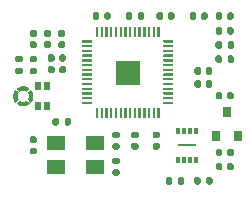
<source format=gbp>
G04 #@! TF.GenerationSoftware,KiCad,Pcbnew,(5.1.12)-1*
G04 #@! TF.CreationDate,2021-12-03T13:24:37+05:30*
G04 #@! TF.ProjectId,mico,6d69636f-2e6b-4696-9361-645f70636258,rev?*
G04 #@! TF.SameCoordinates,Original*
G04 #@! TF.FileFunction,Paste,Bot*
G04 #@! TF.FilePolarity,Positive*
%FSLAX46Y46*%
G04 Gerber Fmt 4.6, Leading zero omitted, Abs format (unit mm)*
G04 Created by KiCad (PCBNEW (5.1.12)-1) date 2021-12-03 13:24:37*
%MOMM*%
%LPD*%
G01*
G04 APERTURE LIST*
%ADD10C,0.010000*%
%ADD11C,0.001000*%
%ADD12R,0.522000X0.725000*%
%ADD13R,1.600000X0.200000*%
%ADD14R,0.300000X0.500000*%
%ADD15R,0.800000X0.900000*%
%ADD16R,1.600000X1.300000*%
G04 APERTURE END LIST*
D10*
G36*
X131380000Y-110980000D02*
G01*
X131380000Y-109020000D01*
X129420000Y-109020000D01*
X129420000Y-110980000D01*
X131380000Y-110980000D01*
G37*
X131380000Y-110980000D02*
X131380000Y-109020000D01*
X129420000Y-109020000D01*
X129420000Y-110980000D01*
X131380000Y-110980000D01*
D11*
G36*
X121875000Y-111470000D02*
G01*
X121780000Y-111565000D01*
X121730000Y-111540000D01*
X121675000Y-111515000D01*
X121620000Y-111500000D01*
X121560000Y-111490000D01*
X121500000Y-111486397D01*
X121380000Y-111500000D01*
X121275391Y-111538463D01*
X121217334Y-111573828D01*
X121115000Y-111475000D01*
X121000000Y-111360000D01*
X121090000Y-111300000D01*
X121190000Y-111250000D01*
X121270000Y-111220000D01*
X121360000Y-111200000D01*
X121500000Y-111190000D01*
X121660191Y-111203797D01*
X121810000Y-111250000D01*
X121915000Y-111300000D01*
X121989766Y-111354691D01*
X121875000Y-111470000D01*
G37*
X121875000Y-111470000D02*
X121780000Y-111565000D01*
X121730000Y-111540000D01*
X121675000Y-111515000D01*
X121620000Y-111500000D01*
X121560000Y-111490000D01*
X121500000Y-111486397D01*
X121380000Y-111500000D01*
X121275391Y-111538463D01*
X121217334Y-111573828D01*
X121115000Y-111475000D01*
X121000000Y-111360000D01*
X121090000Y-111300000D01*
X121190000Y-111250000D01*
X121270000Y-111220000D01*
X121360000Y-111200000D01*
X121500000Y-111190000D01*
X121660191Y-111203797D01*
X121810000Y-111250000D01*
X121915000Y-111300000D01*
X121989766Y-111354691D01*
X121875000Y-111470000D01*
G36*
X120970000Y-111615000D02*
G01*
X121075000Y-111720000D01*
X121040000Y-111770000D01*
X121000000Y-111880000D01*
X120986397Y-112000000D01*
X121000000Y-112120000D01*
X121038463Y-112224609D01*
X121078828Y-112282666D01*
X120980000Y-112380000D01*
X120860000Y-112500000D01*
X120795000Y-112405000D01*
X120750000Y-112310000D01*
X120720000Y-112230000D01*
X120700000Y-112140000D01*
X120690000Y-112060000D01*
X120690000Y-112000000D01*
X120690000Y-111935000D01*
X120703797Y-111839809D01*
X120720000Y-111765000D01*
X120750000Y-111690000D01*
X120795000Y-111595000D01*
X120859691Y-111500234D01*
X120970000Y-111615000D01*
G37*
X120970000Y-111615000D02*
X121075000Y-111720000D01*
X121040000Y-111770000D01*
X121000000Y-111880000D01*
X120986397Y-112000000D01*
X121000000Y-112120000D01*
X121038463Y-112224609D01*
X121078828Y-112282666D01*
X120980000Y-112380000D01*
X120860000Y-112500000D01*
X120795000Y-112405000D01*
X120750000Y-112310000D01*
X120720000Y-112230000D01*
X120700000Y-112140000D01*
X120690000Y-112060000D01*
X120690000Y-112000000D01*
X120690000Y-111935000D01*
X120703797Y-111839809D01*
X120720000Y-111765000D01*
X120750000Y-111690000D01*
X120795000Y-111595000D01*
X120859691Y-111500234D01*
X120970000Y-111615000D01*
G36*
X121120000Y-112530000D02*
G01*
X121220000Y-112425000D01*
X121270000Y-112460000D01*
X121380000Y-112500000D01*
X121500000Y-112513603D01*
X121620000Y-112500000D01*
X121724609Y-112461537D01*
X121787666Y-112426172D01*
X121885000Y-112525000D01*
X122000000Y-112640000D01*
X121905000Y-112705000D01*
X121810000Y-112750000D01*
X121720000Y-112780000D01*
X121640000Y-112800000D01*
X121500000Y-112810000D01*
X121339809Y-112796203D01*
X121190000Y-112750000D01*
X121075000Y-112690000D01*
X121005234Y-112645309D01*
X121120000Y-112530000D01*
G37*
X121120000Y-112530000D02*
X121220000Y-112425000D01*
X121270000Y-112460000D01*
X121380000Y-112500000D01*
X121500000Y-112513603D01*
X121620000Y-112500000D01*
X121724609Y-112461537D01*
X121787666Y-112426172D01*
X121885000Y-112525000D01*
X122000000Y-112640000D01*
X121905000Y-112705000D01*
X121810000Y-112750000D01*
X121720000Y-112780000D01*
X121640000Y-112800000D01*
X121500000Y-112810000D01*
X121339809Y-112796203D01*
X121190000Y-112750000D01*
X121075000Y-112690000D01*
X121005234Y-112645309D01*
X121120000Y-112530000D01*
G36*
X122030000Y-112385000D02*
G01*
X121930000Y-112285000D01*
X121965000Y-112230000D01*
X122005000Y-112120000D01*
X122010000Y-112120000D01*
X122005000Y-112110000D01*
X122020000Y-112005000D01*
X122023603Y-111995000D01*
X122020000Y-111995000D01*
X122005000Y-111875000D01*
X121961537Y-111775391D01*
X121926172Y-111707334D01*
X122025000Y-111610000D01*
X122135000Y-111495000D01*
X122200000Y-111590000D01*
X122250000Y-111690000D01*
X122280000Y-111780000D01*
X122300000Y-111860000D01*
X122310000Y-112000000D01*
X122296203Y-112160191D01*
X122250000Y-112310000D01*
X122205000Y-112400000D01*
X122140309Y-112499766D01*
X122030000Y-112385000D01*
G37*
X122030000Y-112385000D02*
X121930000Y-112285000D01*
X121965000Y-112230000D01*
X122005000Y-112120000D01*
X122010000Y-112120000D01*
X122005000Y-112110000D01*
X122020000Y-112005000D01*
X122023603Y-111995000D01*
X122020000Y-111995000D01*
X122005000Y-111875000D01*
X121961537Y-111775391D01*
X121926172Y-111707334D01*
X122025000Y-111610000D01*
X122135000Y-111495000D01*
X122200000Y-111590000D01*
X122250000Y-111690000D01*
X122280000Y-111780000D01*
X122300000Y-111860000D01*
X122310000Y-112000000D01*
X122296203Y-112160191D01*
X122250000Y-112310000D01*
X122205000Y-112400000D01*
X122140309Y-112499766D01*
X122030000Y-112385000D01*
G36*
G01*
X133094000Y-106985000D02*
X132906000Y-106985000D01*
G75*
G02*
X132900000Y-106979000I0J6000D01*
G01*
X132900000Y-106151000D01*
G75*
G02*
X132906000Y-106145000I6000J0D01*
G01*
X133094000Y-106145000D01*
G75*
G02*
X133100000Y-106151000I0J-6000D01*
G01*
X133100000Y-106979000D01*
G75*
G02*
X133094000Y-106985000I-6000J0D01*
G01*
G37*
G36*
G01*
X132694000Y-106985000D02*
X132506000Y-106985000D01*
G75*
G02*
X132500000Y-106979000I0J6000D01*
G01*
X132500000Y-106151000D01*
G75*
G02*
X132506000Y-106145000I6000J0D01*
G01*
X132694000Y-106145000D01*
G75*
G02*
X132700000Y-106151000I0J-6000D01*
G01*
X132700000Y-106979000D01*
G75*
G02*
X132694000Y-106985000I-6000J0D01*
G01*
G37*
G36*
G01*
X132294000Y-106985000D02*
X132106000Y-106985000D01*
G75*
G02*
X132100000Y-106979000I0J6000D01*
G01*
X132100000Y-106151000D01*
G75*
G02*
X132106000Y-106145000I6000J0D01*
G01*
X132294000Y-106145000D01*
G75*
G02*
X132300000Y-106151000I0J-6000D01*
G01*
X132300000Y-106979000D01*
G75*
G02*
X132294000Y-106985000I-6000J0D01*
G01*
G37*
G36*
G01*
X131894000Y-106985000D02*
X131706000Y-106985000D01*
G75*
G02*
X131700000Y-106979000I0J6000D01*
G01*
X131700000Y-106151000D01*
G75*
G02*
X131706000Y-106145000I6000J0D01*
G01*
X131894000Y-106145000D01*
G75*
G02*
X131900000Y-106151000I0J-6000D01*
G01*
X131900000Y-106979000D01*
G75*
G02*
X131894000Y-106985000I-6000J0D01*
G01*
G37*
G36*
G01*
X131494000Y-106985000D02*
X131306000Y-106985000D01*
G75*
G02*
X131300000Y-106979000I0J6000D01*
G01*
X131300000Y-106151000D01*
G75*
G02*
X131306000Y-106145000I6000J0D01*
G01*
X131494000Y-106145000D01*
G75*
G02*
X131500000Y-106151000I0J-6000D01*
G01*
X131500000Y-106979000D01*
G75*
G02*
X131494000Y-106985000I-6000J0D01*
G01*
G37*
G36*
G01*
X131094000Y-106985000D02*
X130906000Y-106985000D01*
G75*
G02*
X130900000Y-106979000I0J6000D01*
G01*
X130900000Y-106151000D01*
G75*
G02*
X130906000Y-106145000I6000J0D01*
G01*
X131094000Y-106145000D01*
G75*
G02*
X131100000Y-106151000I0J-6000D01*
G01*
X131100000Y-106979000D01*
G75*
G02*
X131094000Y-106985000I-6000J0D01*
G01*
G37*
G36*
G01*
X130694000Y-106985000D02*
X130506000Y-106985000D01*
G75*
G02*
X130500000Y-106979000I0J6000D01*
G01*
X130500000Y-106151000D01*
G75*
G02*
X130506000Y-106145000I6000J0D01*
G01*
X130694000Y-106145000D01*
G75*
G02*
X130700000Y-106151000I0J-6000D01*
G01*
X130700000Y-106979000D01*
G75*
G02*
X130694000Y-106985000I-6000J0D01*
G01*
G37*
G36*
G01*
X130294000Y-106985000D02*
X130106000Y-106985000D01*
G75*
G02*
X130100000Y-106979000I0J6000D01*
G01*
X130100000Y-106151000D01*
G75*
G02*
X130106000Y-106145000I6000J0D01*
G01*
X130294000Y-106145000D01*
G75*
G02*
X130300000Y-106151000I0J-6000D01*
G01*
X130300000Y-106979000D01*
G75*
G02*
X130294000Y-106985000I-6000J0D01*
G01*
G37*
G36*
G01*
X129894000Y-106985000D02*
X129706000Y-106985000D01*
G75*
G02*
X129700000Y-106979000I0J6000D01*
G01*
X129700000Y-106151000D01*
G75*
G02*
X129706000Y-106145000I6000J0D01*
G01*
X129894000Y-106145000D01*
G75*
G02*
X129900000Y-106151000I0J-6000D01*
G01*
X129900000Y-106979000D01*
G75*
G02*
X129894000Y-106985000I-6000J0D01*
G01*
G37*
G36*
G01*
X129494000Y-106985000D02*
X129306000Y-106985000D01*
G75*
G02*
X129300000Y-106979000I0J6000D01*
G01*
X129300000Y-106151000D01*
G75*
G02*
X129306000Y-106145000I6000J0D01*
G01*
X129494000Y-106145000D01*
G75*
G02*
X129500000Y-106151000I0J-6000D01*
G01*
X129500000Y-106979000D01*
G75*
G02*
X129494000Y-106985000I-6000J0D01*
G01*
G37*
G36*
G01*
X129094000Y-106985000D02*
X128906000Y-106985000D01*
G75*
G02*
X128900000Y-106979000I0J6000D01*
G01*
X128900000Y-106151000D01*
G75*
G02*
X128906000Y-106145000I6000J0D01*
G01*
X129094000Y-106145000D01*
G75*
G02*
X129100000Y-106151000I0J-6000D01*
G01*
X129100000Y-106979000D01*
G75*
G02*
X129094000Y-106985000I-6000J0D01*
G01*
G37*
G36*
G01*
X128694000Y-106985000D02*
X128506000Y-106985000D01*
G75*
G02*
X128500000Y-106979000I0J6000D01*
G01*
X128500000Y-106151000D01*
G75*
G02*
X128506000Y-106145000I6000J0D01*
G01*
X128694000Y-106145000D01*
G75*
G02*
X128700000Y-106151000I0J-6000D01*
G01*
X128700000Y-106979000D01*
G75*
G02*
X128694000Y-106985000I-6000J0D01*
G01*
G37*
G36*
G01*
X128294000Y-106985000D02*
X128106000Y-106985000D01*
G75*
G02*
X128100000Y-106979000I0J6000D01*
G01*
X128100000Y-106151000D01*
G75*
G02*
X128106000Y-106145000I6000J0D01*
G01*
X128294000Y-106145000D01*
G75*
G02*
X128300000Y-106151000I0J-6000D01*
G01*
X128300000Y-106979000D01*
G75*
G02*
X128294000Y-106985000I-6000J0D01*
G01*
G37*
G36*
G01*
X127894000Y-106985000D02*
X127706000Y-106985000D01*
G75*
G02*
X127700000Y-106979000I0J6000D01*
G01*
X127700000Y-106151000D01*
G75*
G02*
X127706000Y-106145000I6000J0D01*
G01*
X127894000Y-106145000D01*
G75*
G02*
X127900000Y-106151000I0J-6000D01*
G01*
X127900000Y-106979000D01*
G75*
G02*
X127894000Y-106985000I-6000J0D01*
G01*
G37*
G36*
G01*
X127894000Y-113855000D02*
X127706000Y-113855000D01*
G75*
G02*
X127700000Y-113849000I0J6000D01*
G01*
X127700000Y-113021000D01*
G75*
G02*
X127706000Y-113015000I6000J0D01*
G01*
X127894000Y-113015000D01*
G75*
G02*
X127900000Y-113021000I0J-6000D01*
G01*
X127900000Y-113849000D01*
G75*
G02*
X127894000Y-113855000I-6000J0D01*
G01*
G37*
G36*
G01*
X128294000Y-113855000D02*
X128106000Y-113855000D01*
G75*
G02*
X128100000Y-113849000I0J6000D01*
G01*
X128100000Y-113021000D01*
G75*
G02*
X128106000Y-113015000I6000J0D01*
G01*
X128294000Y-113015000D01*
G75*
G02*
X128300000Y-113021000I0J-6000D01*
G01*
X128300000Y-113849000D01*
G75*
G02*
X128294000Y-113855000I-6000J0D01*
G01*
G37*
G36*
G01*
X128694000Y-113855000D02*
X128506000Y-113855000D01*
G75*
G02*
X128500000Y-113849000I0J6000D01*
G01*
X128500000Y-113021000D01*
G75*
G02*
X128506000Y-113015000I6000J0D01*
G01*
X128694000Y-113015000D01*
G75*
G02*
X128700000Y-113021000I0J-6000D01*
G01*
X128700000Y-113849000D01*
G75*
G02*
X128694000Y-113855000I-6000J0D01*
G01*
G37*
G36*
G01*
X129094000Y-113855000D02*
X128906000Y-113855000D01*
G75*
G02*
X128900000Y-113849000I0J6000D01*
G01*
X128900000Y-113021000D01*
G75*
G02*
X128906000Y-113015000I6000J0D01*
G01*
X129094000Y-113015000D01*
G75*
G02*
X129100000Y-113021000I0J-6000D01*
G01*
X129100000Y-113849000D01*
G75*
G02*
X129094000Y-113855000I-6000J0D01*
G01*
G37*
G36*
G01*
X129494000Y-113855000D02*
X129306000Y-113855000D01*
G75*
G02*
X129300000Y-113849000I0J6000D01*
G01*
X129300000Y-113021000D01*
G75*
G02*
X129306000Y-113015000I6000J0D01*
G01*
X129494000Y-113015000D01*
G75*
G02*
X129500000Y-113021000I0J-6000D01*
G01*
X129500000Y-113849000D01*
G75*
G02*
X129494000Y-113855000I-6000J0D01*
G01*
G37*
G36*
G01*
X129894000Y-113855000D02*
X129706000Y-113855000D01*
G75*
G02*
X129700000Y-113849000I0J6000D01*
G01*
X129700000Y-113021000D01*
G75*
G02*
X129706000Y-113015000I6000J0D01*
G01*
X129894000Y-113015000D01*
G75*
G02*
X129900000Y-113021000I0J-6000D01*
G01*
X129900000Y-113849000D01*
G75*
G02*
X129894000Y-113855000I-6000J0D01*
G01*
G37*
G36*
G01*
X130294000Y-113855000D02*
X130106000Y-113855000D01*
G75*
G02*
X130100000Y-113849000I0J6000D01*
G01*
X130100000Y-113021000D01*
G75*
G02*
X130106000Y-113015000I6000J0D01*
G01*
X130294000Y-113015000D01*
G75*
G02*
X130300000Y-113021000I0J-6000D01*
G01*
X130300000Y-113849000D01*
G75*
G02*
X130294000Y-113855000I-6000J0D01*
G01*
G37*
G36*
G01*
X130694000Y-113855000D02*
X130506000Y-113855000D01*
G75*
G02*
X130500000Y-113849000I0J6000D01*
G01*
X130500000Y-113021000D01*
G75*
G02*
X130506000Y-113015000I6000J0D01*
G01*
X130694000Y-113015000D01*
G75*
G02*
X130700000Y-113021000I0J-6000D01*
G01*
X130700000Y-113849000D01*
G75*
G02*
X130694000Y-113855000I-6000J0D01*
G01*
G37*
G36*
G01*
X131094000Y-113855000D02*
X130906000Y-113855000D01*
G75*
G02*
X130900000Y-113849000I0J6000D01*
G01*
X130900000Y-113021000D01*
G75*
G02*
X130906000Y-113015000I6000J0D01*
G01*
X131094000Y-113015000D01*
G75*
G02*
X131100000Y-113021000I0J-6000D01*
G01*
X131100000Y-113849000D01*
G75*
G02*
X131094000Y-113855000I-6000J0D01*
G01*
G37*
G36*
G01*
X131494000Y-113855000D02*
X131306000Y-113855000D01*
G75*
G02*
X131300000Y-113849000I0J6000D01*
G01*
X131300000Y-113021000D01*
G75*
G02*
X131306000Y-113015000I6000J0D01*
G01*
X131494000Y-113015000D01*
G75*
G02*
X131500000Y-113021000I0J-6000D01*
G01*
X131500000Y-113849000D01*
G75*
G02*
X131494000Y-113855000I-6000J0D01*
G01*
G37*
G36*
G01*
X131894000Y-113855000D02*
X131706000Y-113855000D01*
G75*
G02*
X131700000Y-113849000I0J6000D01*
G01*
X131700000Y-113021000D01*
G75*
G02*
X131706000Y-113015000I6000J0D01*
G01*
X131894000Y-113015000D01*
G75*
G02*
X131900000Y-113021000I0J-6000D01*
G01*
X131900000Y-113849000D01*
G75*
G02*
X131894000Y-113855000I-6000J0D01*
G01*
G37*
G36*
G01*
X132294000Y-113855000D02*
X132106000Y-113855000D01*
G75*
G02*
X132100000Y-113849000I0J6000D01*
G01*
X132100000Y-113021000D01*
G75*
G02*
X132106000Y-113015000I6000J0D01*
G01*
X132294000Y-113015000D01*
G75*
G02*
X132300000Y-113021000I0J-6000D01*
G01*
X132300000Y-113849000D01*
G75*
G02*
X132294000Y-113855000I-6000J0D01*
G01*
G37*
G36*
G01*
X132694000Y-113855000D02*
X132506000Y-113855000D01*
G75*
G02*
X132500000Y-113849000I0J6000D01*
G01*
X132500000Y-113021000D01*
G75*
G02*
X132506000Y-113015000I6000J0D01*
G01*
X132694000Y-113015000D01*
G75*
G02*
X132700000Y-113021000I0J-6000D01*
G01*
X132700000Y-113849000D01*
G75*
G02*
X132694000Y-113855000I-6000J0D01*
G01*
G37*
G36*
G01*
X133094000Y-113855000D02*
X132906000Y-113855000D01*
G75*
G02*
X132900000Y-113849000I0J6000D01*
G01*
X132900000Y-113021000D01*
G75*
G02*
X132906000Y-113015000I6000J0D01*
G01*
X133094000Y-113015000D01*
G75*
G02*
X133100000Y-113021000I0J-6000D01*
G01*
X133100000Y-113849000D01*
G75*
G02*
X133094000Y-113855000I-6000J0D01*
G01*
G37*
G36*
G01*
X134235000Y-112700000D02*
X133435000Y-112700000D01*
G75*
G02*
X133415000Y-112680000I0J20000D01*
G01*
X133415000Y-112520000D01*
G75*
G02*
X133435000Y-112500000I20000J0D01*
G01*
X134235000Y-112500000D01*
G75*
G02*
X134255000Y-112520000I0J-20000D01*
G01*
X134255000Y-112680000D01*
G75*
G02*
X134235000Y-112700000I-20000J0D01*
G01*
G37*
G36*
G01*
X134235000Y-112300000D02*
X133435000Y-112300000D01*
G75*
G02*
X133415000Y-112280000I0J20000D01*
G01*
X133415000Y-112120000D01*
G75*
G02*
X133435000Y-112100000I20000J0D01*
G01*
X134235000Y-112100000D01*
G75*
G02*
X134255000Y-112120000I0J-20000D01*
G01*
X134255000Y-112280000D01*
G75*
G02*
X134235000Y-112300000I-20000J0D01*
G01*
G37*
G36*
G01*
X134235000Y-111900000D02*
X133435000Y-111900000D01*
G75*
G02*
X133415000Y-111880000I0J20000D01*
G01*
X133415000Y-111720000D01*
G75*
G02*
X133435000Y-111700000I20000J0D01*
G01*
X134235000Y-111700000D01*
G75*
G02*
X134255000Y-111720000I0J-20000D01*
G01*
X134255000Y-111880000D01*
G75*
G02*
X134235000Y-111900000I-20000J0D01*
G01*
G37*
G36*
G01*
X134235000Y-111500000D02*
X133435000Y-111500000D01*
G75*
G02*
X133415000Y-111480000I0J20000D01*
G01*
X133415000Y-111320000D01*
G75*
G02*
X133435000Y-111300000I20000J0D01*
G01*
X134235000Y-111300000D01*
G75*
G02*
X134255000Y-111320000I0J-20000D01*
G01*
X134255000Y-111480000D01*
G75*
G02*
X134235000Y-111500000I-20000J0D01*
G01*
G37*
G36*
G01*
X134235000Y-111100000D02*
X133435000Y-111100000D01*
G75*
G02*
X133415000Y-111080000I0J20000D01*
G01*
X133415000Y-110920000D01*
G75*
G02*
X133435000Y-110900000I20000J0D01*
G01*
X134235000Y-110900000D01*
G75*
G02*
X134255000Y-110920000I0J-20000D01*
G01*
X134255000Y-111080000D01*
G75*
G02*
X134235000Y-111100000I-20000J0D01*
G01*
G37*
G36*
G01*
X134235000Y-110700000D02*
X133435000Y-110700000D01*
G75*
G02*
X133415000Y-110680000I0J20000D01*
G01*
X133415000Y-110520000D01*
G75*
G02*
X133435000Y-110500000I20000J0D01*
G01*
X134235000Y-110500000D01*
G75*
G02*
X134255000Y-110520000I0J-20000D01*
G01*
X134255000Y-110680000D01*
G75*
G02*
X134235000Y-110700000I-20000J0D01*
G01*
G37*
G36*
G01*
X134235000Y-110300000D02*
X133435000Y-110300000D01*
G75*
G02*
X133415000Y-110280000I0J20000D01*
G01*
X133415000Y-110120000D01*
G75*
G02*
X133435000Y-110100000I20000J0D01*
G01*
X134235000Y-110100000D01*
G75*
G02*
X134255000Y-110120000I0J-20000D01*
G01*
X134255000Y-110280000D01*
G75*
G02*
X134235000Y-110300000I-20000J0D01*
G01*
G37*
G36*
G01*
X134235000Y-109900000D02*
X133435000Y-109900000D01*
G75*
G02*
X133415000Y-109880000I0J20000D01*
G01*
X133415000Y-109720000D01*
G75*
G02*
X133435000Y-109700000I20000J0D01*
G01*
X134235000Y-109700000D01*
G75*
G02*
X134255000Y-109720000I0J-20000D01*
G01*
X134255000Y-109880000D01*
G75*
G02*
X134235000Y-109900000I-20000J0D01*
G01*
G37*
G36*
G01*
X134235000Y-109500000D02*
X133435000Y-109500000D01*
G75*
G02*
X133415000Y-109480000I0J20000D01*
G01*
X133415000Y-109320000D01*
G75*
G02*
X133435000Y-109300000I20000J0D01*
G01*
X134235000Y-109300000D01*
G75*
G02*
X134255000Y-109320000I0J-20000D01*
G01*
X134255000Y-109480000D01*
G75*
G02*
X134235000Y-109500000I-20000J0D01*
G01*
G37*
G36*
G01*
X134235000Y-109100000D02*
X133435000Y-109100000D01*
G75*
G02*
X133415000Y-109080000I0J20000D01*
G01*
X133415000Y-108920000D01*
G75*
G02*
X133435000Y-108900000I20000J0D01*
G01*
X134235000Y-108900000D01*
G75*
G02*
X134255000Y-108920000I0J-20000D01*
G01*
X134255000Y-109080000D01*
G75*
G02*
X134235000Y-109100000I-20000J0D01*
G01*
G37*
G36*
G01*
X134235000Y-108700000D02*
X133435000Y-108700000D01*
G75*
G02*
X133415000Y-108680000I0J20000D01*
G01*
X133415000Y-108520000D01*
G75*
G02*
X133435000Y-108500000I20000J0D01*
G01*
X134235000Y-108500000D01*
G75*
G02*
X134255000Y-108520000I0J-20000D01*
G01*
X134255000Y-108680000D01*
G75*
G02*
X134235000Y-108700000I-20000J0D01*
G01*
G37*
G36*
G01*
X134235000Y-108300000D02*
X133435000Y-108300000D01*
G75*
G02*
X133415000Y-108280000I0J20000D01*
G01*
X133415000Y-108120000D01*
G75*
G02*
X133435000Y-108100000I20000J0D01*
G01*
X134235000Y-108100000D01*
G75*
G02*
X134255000Y-108120000I0J-20000D01*
G01*
X134255000Y-108280000D01*
G75*
G02*
X134235000Y-108300000I-20000J0D01*
G01*
G37*
G36*
G01*
X134235000Y-107900000D02*
X133435000Y-107900000D01*
G75*
G02*
X133415000Y-107880000I0J20000D01*
G01*
X133415000Y-107720000D01*
G75*
G02*
X133435000Y-107700000I20000J0D01*
G01*
X134235000Y-107700000D01*
G75*
G02*
X134255000Y-107720000I0J-20000D01*
G01*
X134255000Y-107880000D01*
G75*
G02*
X134235000Y-107900000I-20000J0D01*
G01*
G37*
G36*
G01*
X134235000Y-107500000D02*
X133435000Y-107500000D01*
G75*
G02*
X133415000Y-107480000I0J20000D01*
G01*
X133415000Y-107320000D01*
G75*
G02*
X133435000Y-107300000I20000J0D01*
G01*
X134235000Y-107300000D01*
G75*
G02*
X134255000Y-107320000I0J-20000D01*
G01*
X134255000Y-107480000D01*
G75*
G02*
X134235000Y-107500000I-20000J0D01*
G01*
G37*
G36*
G01*
X127365000Y-107500000D02*
X126565000Y-107500000D01*
G75*
G02*
X126545000Y-107480000I0J20000D01*
G01*
X126545000Y-107320000D01*
G75*
G02*
X126565000Y-107300000I20000J0D01*
G01*
X127365000Y-107300000D01*
G75*
G02*
X127385000Y-107320000I0J-20000D01*
G01*
X127385000Y-107480000D01*
G75*
G02*
X127365000Y-107500000I-20000J0D01*
G01*
G37*
G36*
G01*
X127365000Y-107900000D02*
X126565000Y-107900000D01*
G75*
G02*
X126545000Y-107880000I0J20000D01*
G01*
X126545000Y-107720000D01*
G75*
G02*
X126565000Y-107700000I20000J0D01*
G01*
X127365000Y-107700000D01*
G75*
G02*
X127385000Y-107720000I0J-20000D01*
G01*
X127385000Y-107880000D01*
G75*
G02*
X127365000Y-107900000I-20000J0D01*
G01*
G37*
G36*
G01*
X127365000Y-108300000D02*
X126565000Y-108300000D01*
G75*
G02*
X126545000Y-108280000I0J20000D01*
G01*
X126545000Y-108120000D01*
G75*
G02*
X126565000Y-108100000I20000J0D01*
G01*
X127365000Y-108100000D01*
G75*
G02*
X127385000Y-108120000I0J-20000D01*
G01*
X127385000Y-108280000D01*
G75*
G02*
X127365000Y-108300000I-20000J0D01*
G01*
G37*
G36*
G01*
X127365000Y-108700000D02*
X126565000Y-108700000D01*
G75*
G02*
X126545000Y-108680000I0J20000D01*
G01*
X126545000Y-108520000D01*
G75*
G02*
X126565000Y-108500000I20000J0D01*
G01*
X127365000Y-108500000D01*
G75*
G02*
X127385000Y-108520000I0J-20000D01*
G01*
X127385000Y-108680000D01*
G75*
G02*
X127365000Y-108700000I-20000J0D01*
G01*
G37*
G36*
G01*
X127365000Y-109100000D02*
X126565000Y-109100000D01*
G75*
G02*
X126545000Y-109080000I0J20000D01*
G01*
X126545000Y-108920000D01*
G75*
G02*
X126565000Y-108900000I20000J0D01*
G01*
X127365000Y-108900000D01*
G75*
G02*
X127385000Y-108920000I0J-20000D01*
G01*
X127385000Y-109080000D01*
G75*
G02*
X127365000Y-109100000I-20000J0D01*
G01*
G37*
G36*
G01*
X127365000Y-109500000D02*
X126565000Y-109500000D01*
G75*
G02*
X126545000Y-109480000I0J20000D01*
G01*
X126545000Y-109320000D01*
G75*
G02*
X126565000Y-109300000I20000J0D01*
G01*
X127365000Y-109300000D01*
G75*
G02*
X127385000Y-109320000I0J-20000D01*
G01*
X127385000Y-109480000D01*
G75*
G02*
X127365000Y-109500000I-20000J0D01*
G01*
G37*
G36*
G01*
X127365000Y-109900000D02*
X126565000Y-109900000D01*
G75*
G02*
X126545000Y-109880000I0J20000D01*
G01*
X126545000Y-109720000D01*
G75*
G02*
X126565000Y-109700000I20000J0D01*
G01*
X127365000Y-109700000D01*
G75*
G02*
X127385000Y-109720000I0J-20000D01*
G01*
X127385000Y-109880000D01*
G75*
G02*
X127365000Y-109900000I-20000J0D01*
G01*
G37*
G36*
G01*
X127365000Y-110300000D02*
X126565000Y-110300000D01*
G75*
G02*
X126545000Y-110280000I0J20000D01*
G01*
X126545000Y-110120000D01*
G75*
G02*
X126565000Y-110100000I20000J0D01*
G01*
X127365000Y-110100000D01*
G75*
G02*
X127385000Y-110120000I0J-20000D01*
G01*
X127385000Y-110280000D01*
G75*
G02*
X127365000Y-110300000I-20000J0D01*
G01*
G37*
G36*
G01*
X127365000Y-110700000D02*
X126565000Y-110700000D01*
G75*
G02*
X126545000Y-110680000I0J20000D01*
G01*
X126545000Y-110520000D01*
G75*
G02*
X126565000Y-110500000I20000J0D01*
G01*
X127365000Y-110500000D01*
G75*
G02*
X127385000Y-110520000I0J-20000D01*
G01*
X127385000Y-110680000D01*
G75*
G02*
X127365000Y-110700000I-20000J0D01*
G01*
G37*
G36*
G01*
X127365000Y-111100000D02*
X126565000Y-111100000D01*
G75*
G02*
X126545000Y-111080000I0J20000D01*
G01*
X126545000Y-110920000D01*
G75*
G02*
X126565000Y-110900000I20000J0D01*
G01*
X127365000Y-110900000D01*
G75*
G02*
X127385000Y-110920000I0J-20000D01*
G01*
X127385000Y-111080000D01*
G75*
G02*
X127365000Y-111100000I-20000J0D01*
G01*
G37*
G36*
G01*
X127365000Y-111500000D02*
X126565000Y-111500000D01*
G75*
G02*
X126545000Y-111480000I0J20000D01*
G01*
X126545000Y-111320000D01*
G75*
G02*
X126565000Y-111300000I20000J0D01*
G01*
X127365000Y-111300000D01*
G75*
G02*
X127385000Y-111320000I0J-20000D01*
G01*
X127385000Y-111480000D01*
G75*
G02*
X127365000Y-111500000I-20000J0D01*
G01*
G37*
G36*
G01*
X127365000Y-111900000D02*
X126565000Y-111900000D01*
G75*
G02*
X126545000Y-111880000I0J20000D01*
G01*
X126545000Y-111720000D01*
G75*
G02*
X126565000Y-111700000I20000J0D01*
G01*
X127365000Y-111700000D01*
G75*
G02*
X127385000Y-111720000I0J-20000D01*
G01*
X127385000Y-111880000D01*
G75*
G02*
X127365000Y-111900000I-20000J0D01*
G01*
G37*
G36*
G01*
X127365000Y-112300000D02*
X126565000Y-112300000D01*
G75*
G02*
X126545000Y-112280000I0J20000D01*
G01*
X126545000Y-112120000D01*
G75*
G02*
X126565000Y-112100000I20000J0D01*
G01*
X127365000Y-112100000D01*
G75*
G02*
X127385000Y-112120000I0J-20000D01*
G01*
X127385000Y-112280000D01*
G75*
G02*
X127365000Y-112300000I-20000J0D01*
G01*
G37*
G36*
G01*
X127365000Y-112700000D02*
X126565000Y-112700000D01*
G75*
G02*
X126545000Y-112680000I0J20000D01*
G01*
X126545000Y-112520000D01*
G75*
G02*
X126565000Y-112500000I20000J0D01*
G01*
X127365000Y-112500000D01*
G75*
G02*
X127385000Y-112520000I0J-20000D01*
G01*
X127385000Y-112680000D01*
G75*
G02*
X127365000Y-112700000I-20000J0D01*
G01*
G37*
D12*
X122752000Y-111162500D03*
X123574000Y-111162500D03*
X122752000Y-112837500D03*
X123574000Y-112837500D03*
D13*
X135400000Y-116200000D03*
D14*
X136150000Y-114980000D03*
X135650000Y-114980000D03*
X135150000Y-114980000D03*
X134650000Y-114980000D03*
X134650000Y-117420000D03*
X135150000Y-117420000D03*
X135650000Y-117420000D03*
X136150000Y-117420000D03*
D15*
X138800000Y-113400000D03*
X137850000Y-115400000D03*
X139750000Y-115400000D03*
G36*
G01*
X138800000Y-118170000D02*
X138800000Y-117830000D01*
G75*
G02*
X138940000Y-117690000I140000J0D01*
G01*
X139220000Y-117690000D01*
G75*
G02*
X139360000Y-117830000I0J-140000D01*
G01*
X139360000Y-118170000D01*
G75*
G02*
X139220000Y-118310000I-140000J0D01*
G01*
X138940000Y-118310000D01*
G75*
G02*
X138800000Y-118170000I0J140000D01*
G01*
G37*
G36*
G01*
X137840000Y-118170000D02*
X137840000Y-117830000D01*
G75*
G02*
X137980000Y-117690000I140000J0D01*
G01*
X138260000Y-117690000D01*
G75*
G02*
X138400000Y-117830000I0J-140000D01*
G01*
X138400000Y-118170000D01*
G75*
G02*
X138260000Y-118310000I-140000J0D01*
G01*
X137980000Y-118310000D01*
G75*
G02*
X137840000Y-118170000I0J140000D01*
G01*
G37*
G36*
G01*
X129230000Y-117240000D02*
X129570000Y-117240000D01*
G75*
G02*
X129710000Y-117380000I0J-140000D01*
G01*
X129710000Y-117660000D01*
G75*
G02*
X129570000Y-117800000I-140000J0D01*
G01*
X129230000Y-117800000D01*
G75*
G02*
X129090000Y-117660000I0J140000D01*
G01*
X129090000Y-117380000D01*
G75*
G02*
X129230000Y-117240000I140000J0D01*
G01*
G37*
G36*
G01*
X129230000Y-118200000D02*
X129570000Y-118200000D01*
G75*
G02*
X129710000Y-118340000I0J-140000D01*
G01*
X129710000Y-118620000D01*
G75*
G02*
X129570000Y-118760000I-140000J0D01*
G01*
X129230000Y-118760000D01*
G75*
G02*
X129090000Y-118620000I0J140000D01*
G01*
X129090000Y-118340000D01*
G75*
G02*
X129230000Y-118200000I140000J0D01*
G01*
G37*
G36*
G01*
X131780000Y-105065000D02*
X131780000Y-105435000D01*
G75*
G02*
X131645000Y-105570000I-135000J0D01*
G01*
X131375000Y-105570000D01*
G75*
G02*
X131240000Y-105435000I0J135000D01*
G01*
X131240000Y-105065000D01*
G75*
G02*
X131375000Y-104930000I135000J0D01*
G01*
X131645000Y-104930000D01*
G75*
G02*
X131780000Y-105065000I0J-135000D01*
G01*
G37*
G36*
G01*
X130760000Y-105065000D02*
X130760000Y-105435000D01*
G75*
G02*
X130625000Y-105570000I-135000J0D01*
G01*
X130355000Y-105570000D01*
G75*
G02*
X130220000Y-105435000I0J135000D01*
G01*
X130220000Y-105065000D01*
G75*
G02*
X130355000Y-104930000I135000J0D01*
G01*
X130625000Y-104930000D01*
G75*
G02*
X130760000Y-105065000I0J-135000D01*
G01*
G37*
G36*
G01*
X122585000Y-109160000D02*
X122215000Y-109160000D01*
G75*
G02*
X122080000Y-109025000I0J135000D01*
G01*
X122080000Y-108755000D01*
G75*
G02*
X122215000Y-108620000I135000J0D01*
G01*
X122585000Y-108620000D01*
G75*
G02*
X122720000Y-108755000I0J-135000D01*
G01*
X122720000Y-109025000D01*
G75*
G02*
X122585000Y-109160000I-135000J0D01*
G01*
G37*
G36*
G01*
X122585000Y-110180000D02*
X122215000Y-110180000D01*
G75*
G02*
X122080000Y-110045000I0J135000D01*
G01*
X122080000Y-109775000D01*
G75*
G02*
X122215000Y-109640000I135000J0D01*
G01*
X122585000Y-109640000D01*
G75*
G02*
X122720000Y-109775000I0J-135000D01*
G01*
X122720000Y-110045000D01*
G75*
G02*
X122585000Y-110180000I-135000J0D01*
G01*
G37*
G36*
G01*
X125160000Y-109630000D02*
X125160000Y-109970000D01*
G75*
G02*
X125020000Y-110110000I-140000J0D01*
G01*
X124740000Y-110110000D01*
G75*
G02*
X124600000Y-109970000I0J140000D01*
G01*
X124600000Y-109630000D01*
G75*
G02*
X124740000Y-109490000I140000J0D01*
G01*
X125020000Y-109490000D01*
G75*
G02*
X125160000Y-109630000I0J-140000D01*
G01*
G37*
G36*
G01*
X124200000Y-109630000D02*
X124200000Y-109970000D01*
G75*
G02*
X124060000Y-110110000I-140000J0D01*
G01*
X123780000Y-110110000D01*
G75*
G02*
X123640000Y-109970000I0J140000D01*
G01*
X123640000Y-109630000D01*
G75*
G02*
X123780000Y-109490000I140000J0D01*
G01*
X124060000Y-109490000D01*
G75*
G02*
X124200000Y-109630000I0J-140000D01*
G01*
G37*
G36*
G01*
X129230000Y-116000000D02*
X129570000Y-116000000D01*
G75*
G02*
X129710000Y-116140000I0J-140000D01*
G01*
X129710000Y-116420000D01*
G75*
G02*
X129570000Y-116560000I-140000J0D01*
G01*
X129230000Y-116560000D01*
G75*
G02*
X129090000Y-116420000I0J140000D01*
G01*
X129090000Y-116140000D01*
G75*
G02*
X129230000Y-116000000I140000J0D01*
G01*
G37*
G36*
G01*
X129230000Y-115040000D02*
X129570000Y-115040000D01*
G75*
G02*
X129710000Y-115180000I0J-140000D01*
G01*
X129710000Y-115460000D01*
G75*
G02*
X129570000Y-115600000I-140000J0D01*
G01*
X129230000Y-115600000D01*
G75*
G02*
X129090000Y-115460000I0J140000D01*
G01*
X129090000Y-115180000D01*
G75*
G02*
X129230000Y-115040000I140000J0D01*
G01*
G37*
G36*
G01*
X137580000Y-119015000D02*
X137580000Y-119385000D01*
G75*
G02*
X137445000Y-119520000I-135000J0D01*
G01*
X137175000Y-119520000D01*
G75*
G02*
X137040000Y-119385000I0J135000D01*
G01*
X137040000Y-119015000D01*
G75*
G02*
X137175000Y-118880000I135000J0D01*
G01*
X137445000Y-118880000D01*
G75*
G02*
X137580000Y-119015000I0J-135000D01*
G01*
G37*
G36*
G01*
X136560000Y-119015000D02*
X136560000Y-119385000D01*
G75*
G02*
X136425000Y-119520000I-135000J0D01*
G01*
X136155000Y-119520000D01*
G75*
G02*
X136020000Y-119385000I0J135000D01*
G01*
X136020000Y-119015000D01*
G75*
G02*
X136155000Y-118880000I135000J0D01*
G01*
X136425000Y-118880000D01*
G75*
G02*
X136560000Y-119015000I0J-135000D01*
G01*
G37*
G36*
G01*
X137840000Y-106670000D02*
X137840000Y-106330000D01*
G75*
G02*
X137980000Y-106190000I140000J0D01*
G01*
X138260000Y-106190000D01*
G75*
G02*
X138400000Y-106330000I0J-140000D01*
G01*
X138400000Y-106670000D01*
G75*
G02*
X138260000Y-106810000I-140000J0D01*
G01*
X137980000Y-106810000D01*
G75*
G02*
X137840000Y-106670000I0J140000D01*
G01*
G37*
G36*
G01*
X138800000Y-106670000D02*
X138800000Y-106330000D01*
G75*
G02*
X138940000Y-106190000I140000J0D01*
G01*
X139220000Y-106190000D01*
G75*
G02*
X139360000Y-106330000I0J-140000D01*
G01*
X139360000Y-106670000D01*
G75*
G02*
X139220000Y-106810000I-140000J0D01*
G01*
X138940000Y-106810000D01*
G75*
G02*
X138800000Y-106670000I0J140000D01*
G01*
G37*
G36*
G01*
X132630000Y-115040000D02*
X132970000Y-115040000D01*
G75*
G02*
X133110000Y-115180000I0J-140000D01*
G01*
X133110000Y-115460000D01*
G75*
G02*
X132970000Y-115600000I-140000J0D01*
G01*
X132630000Y-115600000D01*
G75*
G02*
X132490000Y-115460000I0J140000D01*
G01*
X132490000Y-115180000D01*
G75*
G02*
X132630000Y-115040000I140000J0D01*
G01*
G37*
G36*
G01*
X132630000Y-116000000D02*
X132970000Y-116000000D01*
G75*
G02*
X133110000Y-116140000I0J-140000D01*
G01*
X133110000Y-116420000D01*
G75*
G02*
X132970000Y-116560000I-140000J0D01*
G01*
X132630000Y-116560000D01*
G75*
G02*
X132490000Y-116420000I0J140000D01*
G01*
X132490000Y-116140000D01*
G75*
G02*
X132630000Y-116000000I140000J0D01*
G01*
G37*
G36*
G01*
X125160000Y-108630000D02*
X125160000Y-108970000D01*
G75*
G02*
X125020000Y-109110000I-140000J0D01*
G01*
X124740000Y-109110000D01*
G75*
G02*
X124600000Y-108970000I0J140000D01*
G01*
X124600000Y-108630000D01*
G75*
G02*
X124740000Y-108490000I140000J0D01*
G01*
X125020000Y-108490000D01*
G75*
G02*
X125160000Y-108630000I0J-140000D01*
G01*
G37*
G36*
G01*
X124200000Y-108630000D02*
X124200000Y-108970000D01*
G75*
G02*
X124060000Y-109110000I-140000J0D01*
G01*
X123780000Y-109110000D01*
G75*
G02*
X123640000Y-108970000I0J140000D01*
G01*
X123640000Y-108630000D01*
G75*
G02*
X123780000Y-108490000I140000J0D01*
G01*
X124060000Y-108490000D01*
G75*
G02*
X124200000Y-108630000I0J-140000D01*
G01*
G37*
G36*
G01*
X138840000Y-109085000D02*
X138840000Y-108715000D01*
G75*
G02*
X138975000Y-108580000I135000J0D01*
G01*
X139245000Y-108580000D01*
G75*
G02*
X139380000Y-108715000I0J-135000D01*
G01*
X139380000Y-109085000D01*
G75*
G02*
X139245000Y-109220000I-135000J0D01*
G01*
X138975000Y-109220000D01*
G75*
G02*
X138840000Y-109085000I0J135000D01*
G01*
G37*
G36*
G01*
X137820000Y-109085000D02*
X137820000Y-108715000D01*
G75*
G02*
X137955000Y-108580000I135000J0D01*
G01*
X138225000Y-108580000D01*
G75*
G02*
X138360000Y-108715000I0J-135000D01*
G01*
X138360000Y-109085000D01*
G75*
G02*
X138225000Y-109220000I-135000J0D01*
G01*
X137955000Y-109220000D01*
G75*
G02*
X137820000Y-109085000I0J135000D01*
G01*
G37*
G36*
G01*
X125580000Y-114015000D02*
X125580000Y-114385000D01*
G75*
G02*
X125445000Y-114520000I-135000J0D01*
G01*
X125175000Y-114520000D01*
G75*
G02*
X125040000Y-114385000I0J135000D01*
G01*
X125040000Y-114015000D01*
G75*
G02*
X125175000Y-113880000I135000J0D01*
G01*
X125445000Y-113880000D01*
G75*
G02*
X125580000Y-114015000I0J-135000D01*
G01*
G37*
G36*
G01*
X124560000Y-114015000D02*
X124560000Y-114385000D01*
G75*
G02*
X124425000Y-114520000I-135000J0D01*
G01*
X124155000Y-114520000D01*
G75*
G02*
X124020000Y-114385000I0J135000D01*
G01*
X124020000Y-114015000D01*
G75*
G02*
X124155000Y-113880000I135000J0D01*
G01*
X124425000Y-113880000D01*
G75*
G02*
X124560000Y-114015000I0J-135000D01*
G01*
G37*
G36*
G01*
X128000000Y-105080000D02*
X128000000Y-105420000D01*
G75*
G02*
X127860000Y-105560000I-140000J0D01*
G01*
X127580000Y-105560000D01*
G75*
G02*
X127440000Y-105420000I0J140000D01*
G01*
X127440000Y-105080000D01*
G75*
G02*
X127580000Y-104940000I140000J0D01*
G01*
X127860000Y-104940000D01*
G75*
G02*
X128000000Y-105080000I0J-140000D01*
G01*
G37*
G36*
G01*
X128960000Y-105080000D02*
X128960000Y-105420000D01*
G75*
G02*
X128820000Y-105560000I-140000J0D01*
G01*
X128540000Y-105560000D01*
G75*
G02*
X128400000Y-105420000I0J140000D01*
G01*
X128400000Y-105080000D01*
G75*
G02*
X128540000Y-104940000I140000J0D01*
G01*
X128820000Y-104940000D01*
G75*
G02*
X128960000Y-105080000I0J-140000D01*
G01*
G37*
G36*
G01*
X139360000Y-111830000D02*
X139360000Y-112170000D01*
G75*
G02*
X139220000Y-112310000I-140000J0D01*
G01*
X138940000Y-112310000D01*
G75*
G02*
X138800000Y-112170000I0J140000D01*
G01*
X138800000Y-111830000D01*
G75*
G02*
X138940000Y-111690000I140000J0D01*
G01*
X139220000Y-111690000D01*
G75*
G02*
X139360000Y-111830000I0J-140000D01*
G01*
G37*
G36*
G01*
X138400000Y-111830000D02*
X138400000Y-112170000D01*
G75*
G02*
X138260000Y-112310000I-140000J0D01*
G01*
X137980000Y-112310000D01*
G75*
G02*
X137840000Y-112170000I0J140000D01*
G01*
X137840000Y-111830000D01*
G75*
G02*
X137980000Y-111690000I140000J0D01*
G01*
X138260000Y-111690000D01*
G75*
G02*
X138400000Y-111830000I0J-140000D01*
G01*
G37*
G36*
G01*
X124970000Y-107960000D02*
X124630000Y-107960000D01*
G75*
G02*
X124490000Y-107820000I0J140000D01*
G01*
X124490000Y-107540000D01*
G75*
G02*
X124630000Y-107400000I140000J0D01*
G01*
X124970000Y-107400000D01*
G75*
G02*
X125110000Y-107540000I0J-140000D01*
G01*
X125110000Y-107820000D01*
G75*
G02*
X124970000Y-107960000I-140000J0D01*
G01*
G37*
G36*
G01*
X124970000Y-107000000D02*
X124630000Y-107000000D01*
G75*
G02*
X124490000Y-106860000I0J140000D01*
G01*
X124490000Y-106580000D01*
G75*
G02*
X124630000Y-106440000I140000J0D01*
G01*
X124970000Y-106440000D01*
G75*
G02*
X125110000Y-106580000I0J-140000D01*
G01*
X125110000Y-106860000D01*
G75*
G02*
X124970000Y-107000000I-140000J0D01*
G01*
G37*
G36*
G01*
X135640000Y-105420000D02*
X135640000Y-105080000D01*
G75*
G02*
X135780000Y-104940000I140000J0D01*
G01*
X136060000Y-104940000D01*
G75*
G02*
X136200000Y-105080000I0J-140000D01*
G01*
X136200000Y-105420000D01*
G75*
G02*
X136060000Y-105560000I-140000J0D01*
G01*
X135780000Y-105560000D01*
G75*
G02*
X135640000Y-105420000I0J140000D01*
G01*
G37*
G36*
G01*
X136600000Y-105420000D02*
X136600000Y-105080000D01*
G75*
G02*
X136740000Y-104940000I140000J0D01*
G01*
X137020000Y-104940000D01*
G75*
G02*
X137160000Y-105080000I0J-140000D01*
G01*
X137160000Y-105420000D01*
G75*
G02*
X137020000Y-105560000I-140000J0D01*
G01*
X136740000Y-105560000D01*
G75*
G02*
X136600000Y-105420000I0J140000D01*
G01*
G37*
G36*
G01*
X137840000Y-105420000D02*
X137840000Y-105080000D01*
G75*
G02*
X137980000Y-104940000I140000J0D01*
G01*
X138260000Y-104940000D01*
G75*
G02*
X138400000Y-105080000I0J-140000D01*
G01*
X138400000Y-105420000D01*
G75*
G02*
X138260000Y-105560000I-140000J0D01*
G01*
X137980000Y-105560000D01*
G75*
G02*
X137840000Y-105420000I0J140000D01*
G01*
G37*
G36*
G01*
X138800000Y-105420000D02*
X138800000Y-105080000D01*
G75*
G02*
X138940000Y-104940000I140000J0D01*
G01*
X139220000Y-104940000D01*
G75*
G02*
X139360000Y-105080000I0J-140000D01*
G01*
X139360000Y-105420000D01*
G75*
G02*
X139220000Y-105560000I-140000J0D01*
G01*
X138940000Y-105560000D01*
G75*
G02*
X138800000Y-105420000I0J140000D01*
G01*
G37*
D16*
X124350000Y-118000000D03*
X127650000Y-118000000D03*
X127650000Y-116000000D03*
X124350000Y-116000000D03*
G36*
G01*
X122230000Y-107400000D02*
X122570000Y-107400000D01*
G75*
G02*
X122710000Y-107540000I0J-140000D01*
G01*
X122710000Y-107820000D01*
G75*
G02*
X122570000Y-107960000I-140000J0D01*
G01*
X122230000Y-107960000D01*
G75*
G02*
X122090000Y-107820000I0J140000D01*
G01*
X122090000Y-107540000D01*
G75*
G02*
X122230000Y-107400000I140000J0D01*
G01*
G37*
G36*
G01*
X122230000Y-106440000D02*
X122570000Y-106440000D01*
G75*
G02*
X122710000Y-106580000I0J-140000D01*
G01*
X122710000Y-106860000D01*
G75*
G02*
X122570000Y-107000000I-140000J0D01*
G01*
X122230000Y-107000000D01*
G75*
G02*
X122090000Y-106860000I0J140000D01*
G01*
X122090000Y-106580000D01*
G75*
G02*
X122230000Y-106440000I140000J0D01*
G01*
G37*
G36*
G01*
X123430000Y-107400000D02*
X123770000Y-107400000D01*
G75*
G02*
X123910000Y-107540000I0J-140000D01*
G01*
X123910000Y-107820000D01*
G75*
G02*
X123770000Y-107960000I-140000J0D01*
G01*
X123430000Y-107960000D01*
G75*
G02*
X123290000Y-107820000I0J140000D01*
G01*
X123290000Y-107540000D01*
G75*
G02*
X123430000Y-107400000I140000J0D01*
G01*
G37*
G36*
G01*
X123430000Y-106440000D02*
X123770000Y-106440000D01*
G75*
G02*
X123910000Y-106580000I0J-140000D01*
G01*
X123910000Y-106860000D01*
G75*
G02*
X123770000Y-107000000I-140000J0D01*
G01*
X123430000Y-107000000D01*
G75*
G02*
X123290000Y-106860000I0J140000D01*
G01*
X123290000Y-106580000D01*
G75*
G02*
X123430000Y-106440000I140000J0D01*
G01*
G37*
G36*
G01*
X137000000Y-111170000D02*
X137000000Y-110830000D01*
G75*
G02*
X137140000Y-110690000I140000J0D01*
G01*
X137420000Y-110690000D01*
G75*
G02*
X137560000Y-110830000I0J-140000D01*
G01*
X137560000Y-111170000D01*
G75*
G02*
X137420000Y-111310000I-140000J0D01*
G01*
X137140000Y-111310000D01*
G75*
G02*
X137000000Y-111170000I0J140000D01*
G01*
G37*
G36*
G01*
X136040000Y-111170000D02*
X136040000Y-110830000D01*
G75*
G02*
X136180000Y-110690000I140000J0D01*
G01*
X136460000Y-110690000D01*
G75*
G02*
X136600000Y-110830000I0J-140000D01*
G01*
X136600000Y-111170000D01*
G75*
G02*
X136460000Y-111310000I-140000J0D01*
G01*
X136180000Y-111310000D01*
G75*
G02*
X136040000Y-111170000I0J140000D01*
G01*
G37*
G36*
G01*
X130830000Y-116000000D02*
X131170000Y-116000000D01*
G75*
G02*
X131310000Y-116140000I0J-140000D01*
G01*
X131310000Y-116420000D01*
G75*
G02*
X131170000Y-116560000I-140000J0D01*
G01*
X130830000Y-116560000D01*
G75*
G02*
X130690000Y-116420000I0J140000D01*
G01*
X130690000Y-116140000D01*
G75*
G02*
X130830000Y-116000000I140000J0D01*
G01*
G37*
G36*
G01*
X130830000Y-115040000D02*
X131170000Y-115040000D01*
G75*
G02*
X131310000Y-115180000I0J-140000D01*
G01*
X131310000Y-115460000D01*
G75*
G02*
X131170000Y-115600000I-140000J0D01*
G01*
X130830000Y-115600000D01*
G75*
G02*
X130690000Y-115460000I0J140000D01*
G01*
X130690000Y-115180000D01*
G75*
G02*
X130830000Y-115040000I140000J0D01*
G01*
G37*
G36*
G01*
X137000000Y-110070000D02*
X137000000Y-109730000D01*
G75*
G02*
X137140000Y-109590000I140000J0D01*
G01*
X137420000Y-109590000D01*
G75*
G02*
X137560000Y-109730000I0J-140000D01*
G01*
X137560000Y-110070000D01*
G75*
G02*
X137420000Y-110210000I-140000J0D01*
G01*
X137140000Y-110210000D01*
G75*
G02*
X137000000Y-110070000I0J140000D01*
G01*
G37*
G36*
G01*
X136040000Y-110070000D02*
X136040000Y-109730000D01*
G75*
G02*
X136180000Y-109590000I140000J0D01*
G01*
X136460000Y-109590000D01*
G75*
G02*
X136600000Y-109730000I0J-140000D01*
G01*
X136600000Y-110070000D01*
G75*
G02*
X136460000Y-110210000I-140000J0D01*
G01*
X136180000Y-110210000D01*
G75*
G02*
X136040000Y-110070000I0J140000D01*
G01*
G37*
G36*
G01*
X134160000Y-119015000D02*
X134160000Y-119385000D01*
G75*
G02*
X134025000Y-119520000I-135000J0D01*
G01*
X133755000Y-119520000D01*
G75*
G02*
X133620000Y-119385000I0J135000D01*
G01*
X133620000Y-119015000D01*
G75*
G02*
X133755000Y-118880000I135000J0D01*
G01*
X134025000Y-118880000D01*
G75*
G02*
X134160000Y-119015000I0J-135000D01*
G01*
G37*
G36*
G01*
X135180000Y-119015000D02*
X135180000Y-119385000D01*
G75*
G02*
X135045000Y-119520000I-135000J0D01*
G01*
X134775000Y-119520000D01*
G75*
G02*
X134640000Y-119385000I0J135000D01*
G01*
X134640000Y-119015000D01*
G75*
G02*
X134775000Y-118880000I135000J0D01*
G01*
X135045000Y-118880000D01*
G75*
G02*
X135180000Y-119015000I0J-135000D01*
G01*
G37*
G36*
G01*
X133410000Y-105077500D02*
X133410000Y-105422500D01*
G75*
G02*
X133262500Y-105570000I-147500J0D01*
G01*
X132967500Y-105570000D01*
G75*
G02*
X132820000Y-105422500I0J147500D01*
G01*
X132820000Y-105077500D01*
G75*
G02*
X132967500Y-104930000I147500J0D01*
G01*
X133262500Y-104930000D01*
G75*
G02*
X133410000Y-105077500I0J-147500D01*
G01*
G37*
G36*
G01*
X134380000Y-105077500D02*
X134380000Y-105422500D01*
G75*
G02*
X134232500Y-105570000I-147500J0D01*
G01*
X133937500Y-105570000D01*
G75*
G02*
X133790000Y-105422500I0J147500D01*
G01*
X133790000Y-105077500D01*
G75*
G02*
X133937500Y-104930000I147500J0D01*
G01*
X134232500Y-104930000D01*
G75*
G02*
X134380000Y-105077500I0J-147500D01*
G01*
G37*
G36*
G01*
X138840000Y-107885000D02*
X138840000Y-107515000D01*
G75*
G02*
X138975000Y-107380000I135000J0D01*
G01*
X139245000Y-107380000D01*
G75*
G02*
X139380000Y-107515000I0J-135000D01*
G01*
X139380000Y-107885000D01*
G75*
G02*
X139245000Y-108020000I-135000J0D01*
G01*
X138975000Y-108020000D01*
G75*
G02*
X138840000Y-107885000I0J135000D01*
G01*
G37*
G36*
G01*
X137820000Y-107885000D02*
X137820000Y-107515000D01*
G75*
G02*
X137955000Y-107380000I135000J0D01*
G01*
X138225000Y-107380000D01*
G75*
G02*
X138360000Y-107515000I0J-135000D01*
G01*
X138360000Y-107885000D01*
G75*
G02*
X138225000Y-108020000I-135000J0D01*
G01*
X137955000Y-108020000D01*
G75*
G02*
X137820000Y-107885000I0J135000D01*
G01*
G37*
G36*
G01*
X121015000Y-108620000D02*
X121385000Y-108620000D01*
G75*
G02*
X121520000Y-108755000I0J-135000D01*
G01*
X121520000Y-109025000D01*
G75*
G02*
X121385000Y-109160000I-135000J0D01*
G01*
X121015000Y-109160000D01*
G75*
G02*
X120880000Y-109025000I0J135000D01*
G01*
X120880000Y-108755000D01*
G75*
G02*
X121015000Y-108620000I135000J0D01*
G01*
G37*
G36*
G01*
X121015000Y-109640000D02*
X121385000Y-109640000D01*
G75*
G02*
X121520000Y-109775000I0J-135000D01*
G01*
X121520000Y-110045000D01*
G75*
G02*
X121385000Y-110180000I-135000J0D01*
G01*
X121015000Y-110180000D01*
G75*
G02*
X120880000Y-110045000I0J135000D01*
G01*
X120880000Y-109775000D01*
G75*
G02*
X121015000Y-109640000I135000J0D01*
G01*
G37*
G36*
G01*
X138800000Y-116970000D02*
X138800000Y-116630000D01*
G75*
G02*
X138940000Y-116490000I140000J0D01*
G01*
X139220000Y-116490000D01*
G75*
G02*
X139360000Y-116630000I0J-140000D01*
G01*
X139360000Y-116970000D01*
G75*
G02*
X139220000Y-117110000I-140000J0D01*
G01*
X138940000Y-117110000D01*
G75*
G02*
X138800000Y-116970000I0J140000D01*
G01*
G37*
G36*
G01*
X137840000Y-116970000D02*
X137840000Y-116630000D01*
G75*
G02*
X137980000Y-116490000I140000J0D01*
G01*
X138260000Y-116490000D01*
G75*
G02*
X138400000Y-116630000I0J-140000D01*
G01*
X138400000Y-116970000D01*
G75*
G02*
X138260000Y-117110000I-140000J0D01*
G01*
X137980000Y-117110000D01*
G75*
G02*
X137840000Y-116970000I0J140000D01*
G01*
G37*
G36*
G01*
X122570000Y-116000000D02*
X122230000Y-116000000D01*
G75*
G02*
X122090000Y-115860000I0J140000D01*
G01*
X122090000Y-115580000D01*
G75*
G02*
X122230000Y-115440000I140000J0D01*
G01*
X122570000Y-115440000D01*
G75*
G02*
X122710000Y-115580000I0J-140000D01*
G01*
X122710000Y-115860000D01*
G75*
G02*
X122570000Y-116000000I-140000J0D01*
G01*
G37*
G36*
G01*
X122570000Y-116960000D02*
X122230000Y-116960000D01*
G75*
G02*
X122090000Y-116820000I0J140000D01*
G01*
X122090000Y-116540000D01*
G75*
G02*
X122230000Y-116400000I140000J0D01*
G01*
X122570000Y-116400000D01*
G75*
G02*
X122710000Y-116540000I0J-140000D01*
G01*
X122710000Y-116820000D01*
G75*
G02*
X122570000Y-116960000I-140000J0D01*
G01*
G37*
M02*

</source>
